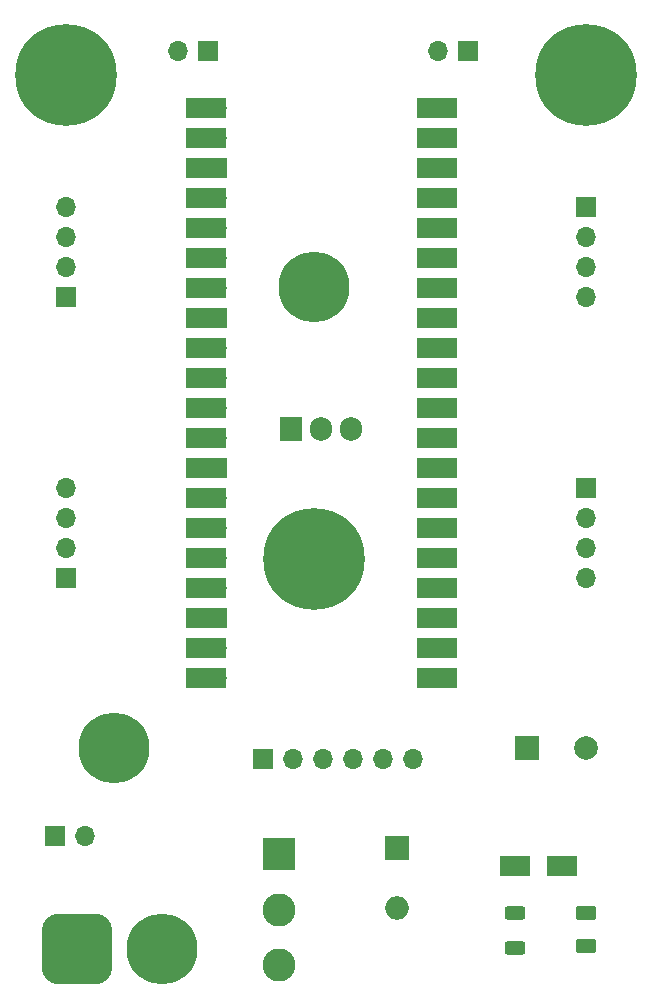
<source format=gbr>
%TF.GenerationSoftware,KiCad,Pcbnew,(6.0.9)*%
%TF.CreationDate,2022-12-10T13:22:31-05:00*%
%TF.ProjectId,Team5_Coaster,5465616d-355f-4436-9f61-737465722e6b,rev?*%
%TF.SameCoordinates,Original*%
%TF.FileFunction,Soldermask,Top*%
%TF.FilePolarity,Negative*%
%FSLAX46Y46*%
G04 Gerber Fmt 4.6, Leading zero omitted, Abs format (unit mm)*
G04 Created by KiCad (PCBNEW (6.0.9)) date 2022-12-10 13:22:31*
%MOMM*%
%LPD*%
G01*
G04 APERTURE LIST*
G04 Aperture macros list*
%AMRoundRect*
0 Rectangle with rounded corners*
0 $1 Rounding radius*
0 $2 $3 $4 $5 $6 $7 $8 $9 X,Y pos of 4 corners*
0 Add a 4 corners polygon primitive as box body*
4,1,4,$2,$3,$4,$5,$6,$7,$8,$9,$2,$3,0*
0 Add four circle primitives for the rounded corners*
1,1,$1+$1,$2,$3*
1,1,$1+$1,$4,$5*
1,1,$1+$1,$6,$7*
1,1,$1+$1,$8,$9*
0 Add four rect primitives between the rounded corners*
20,1,$1+$1,$2,$3,$4,$5,0*
20,1,$1+$1,$4,$5,$6,$7,0*
20,1,$1+$1,$6,$7,$8,$9,0*
20,1,$1+$1,$8,$9,$2,$3,0*%
G04 Aperture macros list end*
%ADD10R,1.700000X1.700000*%
%ADD11O,1.700000X1.700000*%
%ADD12C,0.900000*%
%ADD13C,8.600000*%
%ADD14R,2.794000X2.794000*%
%ADD15C,2.794000*%
%ADD16R,2.500000X1.700000*%
%ADD17RoundRect,0.250000X-0.625000X0.375000X-0.625000X-0.375000X0.625000X-0.375000X0.625000X0.375000X0*%
%ADD18R,2.000000X2.000000*%
%ADD19O,2.000000X2.000000*%
%ADD20C,2.000000*%
%ADD21C,6.000000*%
%ADD22O,1.905000X2.000000*%
%ADD23R,1.905000X2.000000*%
%ADD24RoundRect,1.500000X-1.500000X-1.500000X1.500000X-1.500000X1.500000X1.500000X-1.500000X1.500000X0*%
%ADD25RoundRect,0.250000X0.625000X-0.312500X0.625000X0.312500X-0.625000X0.312500X-0.625000X-0.312500X0*%
%ADD26R,3.500000X1.700000*%
G04 APERTURE END LIST*
D10*
%TO.C,RF1*%
X147000000Y-67200000D03*
D11*
X147000000Y-69740000D03*
X147000000Y-72280000D03*
X147000000Y-74820000D03*
%TD*%
D12*
%TO.C,H1*%
X124000000Y-100225000D03*
X126280419Y-99280419D03*
X124000000Y-93775000D03*
X121719581Y-99280419D03*
X120775000Y-97000000D03*
X127225000Y-97000000D03*
X121719581Y-94719581D03*
D13*
X124000000Y-97000000D03*
D12*
X126280419Y-94719581D03*
%TD*%
D14*
%TO.C,SW1*%
X121000000Y-122000000D03*
D15*
X121000000Y-126699000D03*
X121000000Y-131398000D03*
%TD*%
D10*
%TO.C,J13*%
X115000000Y-54000000D03*
D11*
X112460000Y-54000000D03*
%TD*%
D10*
%TO.C,J4*%
X137000000Y-54000000D03*
D11*
X134460000Y-54000000D03*
%TD*%
D16*
%TO.C,Z1*%
X145000000Y-123000000D03*
X141000000Y-123000000D03*
%TD*%
D17*
%TO.C,D3*%
X147000000Y-127000000D03*
X147000000Y-129800000D03*
%TD*%
D18*
%TO.C,D1*%
X131000000Y-121460000D03*
D19*
X131000000Y-126540000D03*
%TD*%
D12*
%TO.C,H2*%
X143775000Y-56000000D03*
X149280419Y-53719581D03*
X149280419Y-58280419D03*
X147000000Y-59225000D03*
X144719581Y-58280419D03*
D13*
X147000000Y-56000000D03*
D12*
X150225000Y-56000000D03*
X144719581Y-53719581D03*
X147000000Y-52775000D03*
%TD*%
D18*
%TO.C,C1*%
X142000000Y-113000000D03*
D20*
X147000000Y-113000000D03*
%TD*%
D21*
%TO.C,J5*%
X124000000Y-74000000D03*
%TD*%
D22*
%TO.C,U2*%
X127080000Y-86000000D03*
X124540000Y-86000000D03*
D23*
X122000000Y-86000000D03*
%TD*%
D10*
%TO.C,J2*%
X119675000Y-113975000D03*
D11*
X122215000Y-113975000D03*
X124755000Y-113975000D03*
X127295000Y-113975000D03*
X129835000Y-113975000D03*
X132375000Y-113975000D03*
%TD*%
D24*
%TO.C,J1*%
X103900000Y-130000000D03*
D21*
X111100000Y-130000000D03*
%TD*%
D12*
%TO.C,H3*%
X105280419Y-53719581D03*
X103000000Y-59225000D03*
X105280419Y-58280419D03*
X100719581Y-53719581D03*
X99775000Y-56000000D03*
D13*
X103000000Y-56000000D03*
D12*
X100719581Y-58280419D03*
X103000000Y-52775000D03*
X106225000Y-56000000D03*
%TD*%
D10*
%TO.C,J6*%
X102000000Y-120500000D03*
D11*
X104540000Y-120500000D03*
%TD*%
D25*
%TO.C,R1*%
X141000000Y-129925000D03*
X141000000Y-127000000D03*
%TD*%
D10*
%TO.C,LB1*%
X103000000Y-98620000D03*
D11*
X103000000Y-96080000D03*
X103000000Y-93540000D03*
X103000000Y-91000000D03*
%TD*%
D10*
%TO.C,LF1*%
X103000000Y-74800000D03*
D11*
X103000000Y-72260000D03*
X103000000Y-69720000D03*
X103000000Y-67180000D03*
%TD*%
D21*
%TO.C,J3*%
X107000000Y-113000000D03*
%TD*%
D10*
%TO.C,RB1*%
X147000000Y-91000000D03*
D11*
X147000000Y-93540000D03*
X147000000Y-96080000D03*
X147000000Y-98620000D03*
%TD*%
%TO.C,U1*%
X133525000Y-58855000D03*
D26*
X134425000Y-58855000D03*
D11*
X133525000Y-61395000D03*
D26*
X134425000Y-61395000D03*
X134425000Y-63935000D03*
D10*
X133525000Y-63935000D03*
D11*
X133525000Y-66475000D03*
D26*
X134425000Y-66475000D03*
D11*
X133525000Y-69015000D03*
D26*
X134425000Y-69015000D03*
X134425000Y-71555000D03*
D11*
X133525000Y-71555000D03*
D26*
X134425000Y-74095000D03*
D11*
X133525000Y-74095000D03*
D26*
X134425000Y-76635000D03*
D10*
X133525000Y-76635000D03*
D11*
X133525000Y-79175000D03*
D26*
X134425000Y-79175000D03*
X134425000Y-81715000D03*
D11*
X133525000Y-81715000D03*
D26*
X134425000Y-84255000D03*
D11*
X133525000Y-84255000D03*
X133525000Y-86795000D03*
D26*
X134425000Y-86795000D03*
D10*
X133525000Y-89335000D03*
D26*
X134425000Y-89335000D03*
X134425000Y-91875000D03*
D11*
X133525000Y-91875000D03*
D26*
X134425000Y-94415000D03*
D11*
X133525000Y-94415000D03*
D26*
X134425000Y-96955000D03*
D11*
X133525000Y-96955000D03*
X133525000Y-99495000D03*
D26*
X134425000Y-99495000D03*
D10*
X133525000Y-102035000D03*
D26*
X134425000Y-102035000D03*
D11*
X133525000Y-104575000D03*
D26*
X134425000Y-104575000D03*
X134425000Y-107115000D03*
D11*
X133525000Y-107115000D03*
D26*
X114845000Y-107115000D03*
D11*
X115745000Y-107115000D03*
D26*
X114845000Y-104575000D03*
D11*
X115745000Y-104575000D03*
D10*
X115745000Y-102035000D03*
D26*
X114845000Y-102035000D03*
X114845000Y-99495000D03*
D11*
X115745000Y-99495000D03*
D26*
X114845000Y-96955000D03*
D11*
X115745000Y-96955000D03*
D26*
X114845000Y-94415000D03*
D11*
X115745000Y-94415000D03*
X115745000Y-91875000D03*
D26*
X114845000Y-91875000D03*
D10*
X115745000Y-89335000D03*
D26*
X114845000Y-89335000D03*
D11*
X115745000Y-86795000D03*
D26*
X114845000Y-86795000D03*
D11*
X115745000Y-84255000D03*
D26*
X114845000Y-84255000D03*
D11*
X115745000Y-81715000D03*
D26*
X114845000Y-81715000D03*
D11*
X115745000Y-79175000D03*
D26*
X114845000Y-79175000D03*
D10*
X115745000Y-76635000D03*
D26*
X114845000Y-76635000D03*
D11*
X115745000Y-74095000D03*
D26*
X114845000Y-74095000D03*
D11*
X115745000Y-71555000D03*
D26*
X114845000Y-71555000D03*
X114845000Y-69015000D03*
D11*
X115745000Y-69015000D03*
X115745000Y-66475000D03*
D26*
X114845000Y-66475000D03*
X114845000Y-63935000D03*
D10*
X115745000Y-63935000D03*
D26*
X114845000Y-61395000D03*
D11*
X115745000Y-61395000D03*
D26*
X114845000Y-58855000D03*
D11*
X115745000Y-58855000D03*
%TD*%
M02*

</source>
